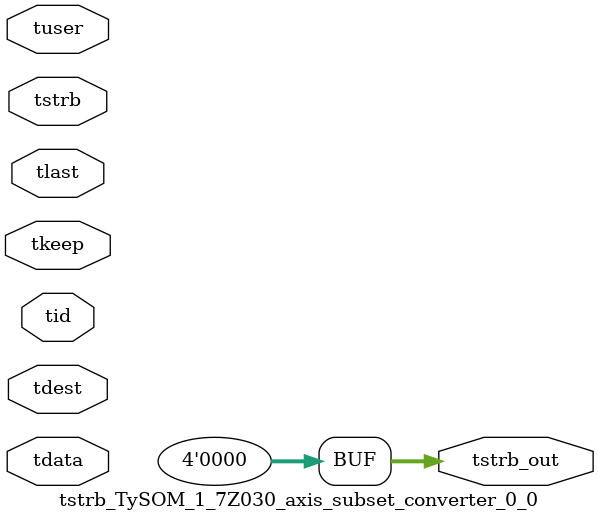
<source format=v>


`timescale 1ps/1ps

module tstrb_TySOM_1_7Z030_axis_subset_converter_0_0 #
(
parameter C_S_AXIS_TDATA_WIDTH = 32,
parameter C_S_AXIS_TUSER_WIDTH = 0,
parameter C_S_AXIS_TID_WIDTH   = 0,
parameter C_S_AXIS_TDEST_WIDTH = 0,
parameter C_M_AXIS_TDATA_WIDTH = 32
)
(
input  [(C_S_AXIS_TDATA_WIDTH == 0 ? 1 : C_S_AXIS_TDATA_WIDTH)-1:0     ] tdata,
input  [(C_S_AXIS_TUSER_WIDTH == 0 ? 1 : C_S_AXIS_TUSER_WIDTH)-1:0     ] tuser,
input  [(C_S_AXIS_TID_WIDTH   == 0 ? 1 : C_S_AXIS_TID_WIDTH)-1:0       ] tid,
input  [(C_S_AXIS_TDEST_WIDTH == 0 ? 1 : C_S_AXIS_TDEST_WIDTH)-1:0     ] tdest,
input  [(C_S_AXIS_TDATA_WIDTH/8)-1:0 ] tkeep,
input  [(C_S_AXIS_TDATA_WIDTH/8)-1:0 ] tstrb,
input                                                                    tlast,
output [(C_M_AXIS_TDATA_WIDTH/8)-1:0 ] tstrb_out
);

assign tstrb_out = {1'b0};

endmodule


</source>
